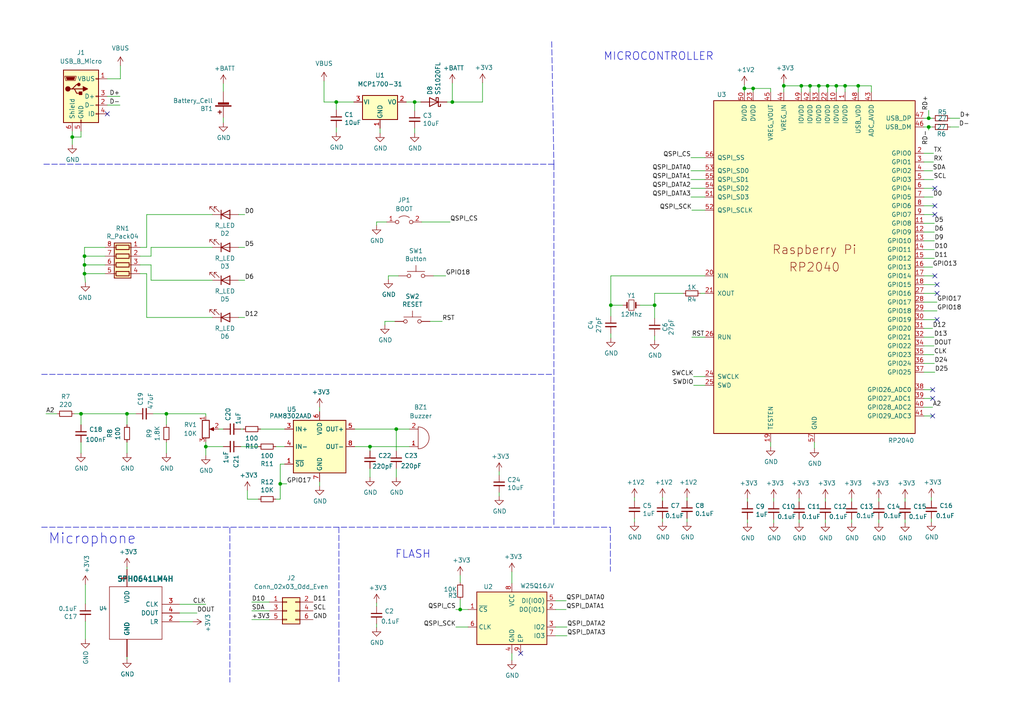
<source format=kicad_sch>
(kicad_sch (version 20211123) (generator eeschema)
  (paper "A4")
  (junction (at 234.95 24.892))
  (junction (at 81.28 140.335))
  (junction (at 177.165 88.519))
  (junction (at 237.49 24.892))
  (junction (at 59.69 129.54))
  (junction (at 23.495 120.015))
  (junction (at 269.367 34.29))
  (junction (at 248.92 24.892))
  (junction (at 24.511 79.375))
  (junction (at 131.191 29.591))
  (junction (at 240.03 24.892))
  (junction (at 24.511 76.835))
  (junction (at 269.367 36.83))
  (junction (at 245.11 24.892))
  (junction (at 242.57 24.892))
  (junction (at 133.477 176.784))
  (junction (at 227.33 24.892))
  (junction (at 48.26 120.015))
  (junction (at 20.955 39.751))
  (junction (at 215.9 25.654))
  (junction (at 232.41 24.892))
  (junction (at 120.269 29.591))
  (junction (at 218.44 25.654))
  (junction (at 189.865 88.519))
  (junction (at 97.536 29.591))
  (junction (at 24.511 74.295))
  (junction (at 114.935 124.46))
  (junction (at 107.315 129.54))
  (junction (at 36.83 120.015))
  (no_connect (at 270.51 113.03))
  (no_connect (at 270.51 115.57))
  (no_connect (at 270.51 120.65))
  (no_connect (at 31.115 33.02))
  (no_connect (at 271.145 80.01))
  (no_connect (at 151.003 189.484))
  (no_connect (at 271.145 54.61))
  (no_connect (at 271.78 82.55))
  (no_connect (at 271.78 85.09))
  (no_connect (at 271.78 92.71))
  (no_connect (at 271.145 59.69))
  (no_connect (at 271.145 62.23))
  (wire (pts (xy 242.57 24.892) (xy 245.11 24.892)))
  (wire (pts (xy 36.83 123.19) (xy 36.83 120.015)))
  (wire (pts (xy 75.565 124.46) (xy 82.55 124.46)))
  (wire (pts (xy 120.269 37.211) (xy 120.269 38.608)))
  (wire (pts (xy 107.315 129.54) (xy 118.745 129.54)))
  (wire (pts (xy 23.495 39.751) (xy 23.495 38.1)))
  (wire (pts (xy 44.45 120.015) (xy 48.26 120.015)))
  (wire (pts (xy 43.815 71.755) (xy 43.815 74.295)))
  (wire (pts (xy 267.97 97.79) (xy 270.891 97.79)))
  (wire (pts (xy 240.03 24.892) (xy 242.57 24.892)))
  (wire (pts (xy 43.815 76.835) (xy 43.815 81.28)))
  (wire (pts (xy 20.955 39.751) (xy 23.495 39.751)))
  (wire (pts (xy 69.85 124.46) (xy 70.485 124.46)))
  (wire (pts (xy 120.269 29.591) (xy 120.269 32.131)))
  (wire (pts (xy 189.865 88.519) (xy 189.865 92.329)))
  (wire (pts (xy 30.48 74.295) (xy 24.511 74.295)))
  (wire (pts (xy 267.97 59.69) (xy 271.145 59.69)))
  (wire (pts (xy 34.925 22.86) (xy 34.925 19.05)))
  (wire (pts (xy 20.955 38.1) (xy 20.955 39.751)))
  (wire (pts (xy 267.97 44.45) (xy 270.764 44.45)))
  (wire (pts (xy 20.955 39.751) (xy 20.955 41.91)))
  (wire (pts (xy 59.69 129.54) (xy 59.69 128.27)))
  (wire (pts (xy 73.025 177.165) (xy 78.105 177.165)))
  (wire (pts (xy 21.59 120.015) (xy 23.495 120.015)))
  (wire (pts (xy 199.263 150.368) (xy 199.263 151.384)))
  (wire (pts (xy 23.495 128.27) (xy 23.495 131.445)))
  (wire (pts (xy 48.26 120.015) (xy 59.69 120.015)))
  (wire (pts (xy 189.865 85.09) (xy 198.12 85.09)))
  (wire (pts (xy 40.64 76.835) (xy 43.815 76.835)))
  (wire (pts (xy 204.47 111.76) (xy 201.168 111.76)))
  (wire (pts (xy 102.87 124.46) (xy 114.935 124.46)))
  (wire (pts (xy 204.47 57.15) (xy 200.406 57.15)))
  (wire (pts (xy 71.755 144.78) (xy 71.755 142.24)))
  (wire (pts (xy 232.41 26.67) (xy 232.41 24.892)))
  (wire (pts (xy 111.633 93.218) (xy 111.633 94.234)))
  (wire (pts (xy 189.865 85.09) (xy 189.865 88.519)))
  (wire (pts (xy 114.935 135.89) (xy 114.935 138.43)))
  (wire (pts (xy 135.763 181.864) (xy 132.207 181.864)))
  (wire (pts (xy 218.44 25.654) (xy 218.44 26.67)))
  (wire (pts (xy 40.64 74.295) (xy 43.815 74.295)))
  (wire (pts (xy 267.97 54.61) (xy 271.145 54.61)))
  (wire (pts (xy 215.9 25.654) (xy 215.9 24.638)))
  (wire (pts (xy 42.545 79.375) (xy 42.545 92.075)))
  (wire (pts (xy 48.26 120.015) (xy 48.26 123.19)))
  (wire (pts (xy 117.856 29.591) (xy 120.269 29.591)))
  (polyline (pts (xy 177.038 152.908) (xy 177.038 165.735)))
  (wire (pts (xy 36.83 191.135) (xy 36.83 190.5)))
  (wire (pts (xy 125.73 80.01) (xy 129.286 80.01)))
  (wire (pts (xy 30.48 76.835) (xy 24.511 76.835)))
  (wire (pts (xy 81.28 140.335) (xy 83.185 140.335)))
  (wire (pts (xy 231.775 145.542) (xy 231.775 144.526)))
  (polyline (pts (xy 98.298 152.908) (xy 98.298 197.739)))
  (wire (pts (xy 139.954 24.003) (xy 139.954 29.591)))
  (wire (pts (xy 269.367 34.29) (xy 270.51 34.29)))
  (wire (pts (xy 107.315 135.89) (xy 107.315 138.43)))
  (wire (pts (xy 97.536 29.591) (xy 97.536 31.877)))
  (wire (pts (xy 144.78 137.795) (xy 144.78 136.779)))
  (wire (pts (xy 63.5 124.46) (xy 64.77 124.46)))
  (wire (pts (xy 267.97 77.47) (xy 270.51 77.47)))
  (wire (pts (xy 59.69 129.54) (xy 59.69 132.08)))
  (polyline (pts (xy 160.02 12.065) (xy 160.655 47.625)))
  (wire (pts (xy 239.395 145.542) (xy 239.395 144.526)))
  (wire (pts (xy 69.215 81.28) (xy 70.993 81.28)))
  (wire (pts (xy 24.765 185.42) (xy 24.765 180.213)))
  (wire (pts (xy 267.97 67.31) (xy 271.018 67.31)))
  (wire (pts (xy 102.87 129.54) (xy 107.315 129.54)))
  (wire (pts (xy 271.78 92.71) (xy 267.97 92.71)))
  (wire (pts (xy 93.98 29.591) (xy 97.536 29.591)))
  (polyline (pts (xy 12.7 47.625) (xy 160.655 47.625)))
  (wire (pts (xy 267.97 113.03) (xy 270.51 113.03)))
  (wire (pts (xy 252.73 26.67) (xy 252.73 24.892)))
  (wire (pts (xy 52.07 175.26) (xy 59.69 175.26)))
  (wire (pts (xy 216.789 150.622) (xy 216.789 151.638)))
  (wire (pts (xy 215.9 26.67) (xy 215.9 25.654)))
  (wire (pts (xy 55.88 180.34) (xy 52.07 180.34)))
  (wire (pts (xy 248.92 26.67) (xy 248.92 24.892)))
  (wire (pts (xy 271.78 87.63) (xy 267.97 87.63)))
  (wire (pts (xy 204.47 49.53) (xy 200.406 49.53)))
  (wire (pts (xy 267.97 62.23) (xy 271.145 62.23)))
  (wire (pts (xy 52.07 177.8) (xy 57.15 177.8)))
  (wire (pts (xy 237.49 26.67) (xy 237.49 24.892)))
  (wire (pts (xy 275.59 34.29) (xy 278.384 34.29)))
  (wire (pts (xy 133.477 173.99) (xy 133.477 176.784)))
  (wire (pts (xy 80.01 129.54) (xy 82.55 129.54)))
  (wire (pts (xy 267.97 64.77) (xy 271.018 64.77)))
  (wire (pts (xy 270.51 95.25) (xy 267.97 95.25)))
  (wire (pts (xy 204.47 80.01) (xy 177.165 80.01)))
  (wire (pts (xy 204.47 97.79) (xy 200.66 97.79)))
  (wire (pts (xy 144.78 142.875) (xy 144.78 143.891)))
  (wire (pts (xy 269.367 32.004) (xy 269.367 34.29)))
  (wire (pts (xy 40.64 79.375) (xy 42.545 79.375)))
  (wire (pts (xy 271.145 80.01) (xy 267.97 80.01)))
  (wire (pts (xy 30.48 79.375) (xy 24.511 79.375)))
  (wire (pts (xy 43.815 71.755) (xy 61.595 71.755)))
  (wire (pts (xy 23.495 120.015) (xy 23.495 123.19)))
  (polyline (pts (xy 66.675 153.035) (xy 66.675 197.866)))
  (wire (pts (xy 204.47 85.09) (xy 203.2 85.09)))
  (wire (pts (xy 69.85 129.54) (xy 74.93 129.54)))
  (wire (pts (xy 267.97 118.11) (xy 270.51 118.11)))
  (wire (pts (xy 267.97 72.39) (xy 271.018 72.39)))
  (wire (pts (xy 215.9 25.654) (xy 218.44 25.654)))
  (wire (pts (xy 267.97 102.87) (xy 270.891 102.87)))
  (wire (pts (xy 36.83 120.015) (xy 39.37 120.015)))
  (wire (pts (xy 30.48 71.755) (xy 24.511 71.755)))
  (wire (pts (xy 232.41 24.892) (xy 234.95 24.892)))
  (wire (pts (xy 81.28 134.62) (xy 81.28 140.335)))
  (wire (pts (xy 204.47 109.22) (xy 201.168 109.22)))
  (wire (pts (xy 267.97 69.85) (xy 271.018 69.85)))
  (wire (pts (xy 120.269 29.591) (xy 122.047 29.591)))
  (wire (pts (xy 199.263 145.288) (xy 199.263 144.272)))
  (wire (pts (xy 107.315 129.54) (xy 107.315 130.81)))
  (wire (pts (xy 227.33 26.67) (xy 227.33 24.892)))
  (wire (pts (xy 267.97 57.15) (xy 270.637 57.15)))
  (wire (pts (xy 13.335 120.015) (xy 16.51 120.015)))
  (wire (pts (xy 59.69 120.65) (xy 59.69 120.015)))
  (wire (pts (xy 177.165 88.519) (xy 180.594 88.519)))
  (wire (pts (xy 92.71 118.11) (xy 92.71 119.38)))
  (wire (pts (xy 42.545 92.075) (xy 61.595 92.075)))
  (wire (pts (xy 131.191 29.591) (xy 139.954 29.591)))
  (wire (pts (xy 36.83 120.015) (xy 23.495 120.015)))
  (polyline (pts (xy 12.065 108.585) (xy 160.02 108.585)))
  (wire (pts (xy 81.28 134.62) (xy 82.55 134.62)))
  (wire (pts (xy 42.545 71.755) (xy 42.545 62.23)))
  (wire (pts (xy 248.92 24.892) (xy 245.11 24.892)))
  (wire (pts (xy 24.511 74.295) (xy 24.511 76.835)))
  (wire (pts (xy 269.367 37.719) (xy 269.367 36.83)))
  (wire (pts (xy 271.78 90.17) (xy 267.97 90.17)))
  (wire (pts (xy 115.57 80.01) (xy 112.649 80.01)))
  (wire (pts (xy 112.141 64.389) (xy 109.22 64.389)))
  (wire (pts (xy 148.463 169.164) (xy 148.463 165.862)))
  (wire (pts (xy 73.025 174.625) (xy 78.105 174.625)))
  (wire (pts (xy 114.935 124.46) (xy 118.745 124.46)))
  (wire (pts (xy 161.163 174.244) (xy 164.211 174.244)))
  (wire (pts (xy 131.191 29.591) (xy 131.191 24.13)))
  (wire (pts (xy 36.83 128.27) (xy 36.83 131.445)))
  (wire (pts (xy 122.301 64.389) (xy 130.556 64.389)))
  (wire (pts (xy 247.015 145.542) (xy 247.015 144.526)))
  (wire (pts (xy 177.165 88.519) (xy 177.165 91.694)))
  (wire (pts (xy 112.649 80.01) (xy 112.649 81.026)))
  (wire (pts (xy 240.03 26.67) (xy 240.03 24.892)))
  (wire (pts (xy 204.47 52.07) (xy 200.406 52.07)))
  (wire (pts (xy 223.52 25.654) (xy 218.44 25.654)))
  (wire (pts (xy 24.511 76.835) (xy 24.511 79.375)))
  (wire (pts (xy 242.57 26.67) (xy 242.57 24.892)))
  (wire (pts (xy 267.97 105.41) (xy 271.018 105.41)))
  (wire (pts (xy 271.78 85.09) (xy 267.97 85.09)))
  (wire (pts (xy 237.49 24.892) (xy 240.03 24.892)))
  (wire (pts (xy 254.889 150.622) (xy 254.889 151.638)))
  (wire (pts (xy 64.77 34.163) (xy 64.77 35.56)))
  (wire (pts (xy 69.215 92.075) (xy 70.993 92.075)))
  (wire (pts (xy 192.151 145.288) (xy 192.151 144.272)))
  (wire (pts (xy 177.165 80.01) (xy 177.165 88.519)))
  (wire (pts (xy 24.511 71.755) (xy 24.511 74.295)))
  (polyline (pts (xy 160.655 47.625) (xy 160.655 152.4)))
  (wire (pts (xy 42.545 62.23) (xy 61.595 62.23)))
  (wire (pts (xy 64.77 26.543) (xy 64.77 24.257)))
  (wire (pts (xy 271.78 82.55) (xy 267.97 82.55)))
  (wire (pts (xy 262.509 150.622) (xy 262.509 151.638)))
  (wire (pts (xy 227.33 24.892) (xy 232.41 24.892)))
  (wire (pts (xy 40.64 71.755) (xy 42.545 71.755)))
  (wire (pts (xy 231.775 150.622) (xy 231.775 151.638)))
  (wire (pts (xy 184.023 150.368) (xy 184.023 151.384)))
  (wire (pts (xy 185.674 88.519) (xy 189.865 88.519)))
  (wire (pts (xy 245.11 24.892) (xy 245.11 26.67)))
  (wire (pts (xy 267.97 49.53) (xy 270.51 49.53)))
  (wire (pts (xy 161.163 176.784) (xy 164.211 176.784)))
  (wire (pts (xy 267.97 52.07) (xy 270.764 52.07)))
  (wire (pts (xy 227.33 24.892) (xy 227.33 24.13)))
  (wire (pts (xy 31.115 27.94) (xy 34.798 27.94)))
  (wire (pts (xy 234.95 24.892) (xy 237.49 24.892)))
  (wire (pts (xy 109.22 64.389) (xy 109.22 65.405)))
  (wire (pts (xy 161.163 184.404) (xy 164.465 184.404)))
  (wire (pts (xy 239.395 150.622) (xy 239.395 151.638)))
  (wire (pts (xy 124.714 93.218) (xy 128.27 93.218)))
  (wire (pts (xy 267.97 36.83) (xy 269.367 36.83)))
  (wire (pts (xy 43.815 81.28) (xy 61.595 81.28)))
  (wire (pts (xy 69.215 71.755) (xy 70.993 71.755)))
  (wire (pts (xy 24.765 175.133) (xy 24.765 169.545)))
  (wire (pts (xy 48.26 128.27) (xy 48.26 131.445)))
  (wire (pts (xy 252.73 24.892) (xy 248.92 24.892)))
  (wire (pts (xy 97.536 36.957) (xy 97.536 38.354)))
  (wire (pts (xy 36.83 165.1) (xy 36.83 164.465)))
  (wire (pts (xy 114.554 93.218) (xy 111.633 93.218)))
  (wire (pts (xy 64.77 129.54) (xy 59.69 129.54)))
  (wire (pts (xy 81.28 140.335) (xy 81.28 144.78)))
  (wire (pts (xy 97.536 29.591) (xy 102.616 29.591)))
  (wire (pts (xy 267.97 115.57) (xy 270.51 115.57)))
  (wire (pts (xy 133.477 168.91) (xy 133.477 166.878)))
  (wire (pts (xy 247.015 150.622) (xy 247.015 151.638)))
  (wire (pts (xy 177.165 98.044) (xy 177.165 96.774)))
  (wire (pts (xy 189.865 98.679) (xy 189.865 97.409)))
  (wire (pts (xy 223.52 26.67) (xy 223.52 25.654)))
  (wire (pts (xy 73.025 179.705) (xy 78.105 179.705)))
  (wire (pts (xy 204.47 54.61) (xy 200.406 54.61)))
  (polyline (pts (xy 12.065 152.908) (xy 177.038 152.908)))
  (wire (pts (xy 267.97 74.93) (xy 271.018 74.93)))
  (wire (pts (xy 224.409 145.542) (xy 224.409 144.526)))
  (wire (pts (xy 24.511 79.375) (xy 24.765 81.915)))
  (wire (pts (xy 234.95 26.67) (xy 234.95 24.892)))
  (wire (pts (xy 148.463 189.484) (xy 148.463 191.516)))
  (wire (pts (xy 204.47 45.72) (xy 200.406 45.72)))
  (wire (pts (xy 129.667 29.591) (xy 131.191 29.591)))
  (wire (pts (xy 236.22 128.27) (xy 236.22 130.048)))
  (wire (pts (xy 92.71 140.97) (xy 92.71 139.7)))
  (wire (pts (xy 267.97 34.29) (xy 269.367 34.29)))
  (wire (pts (xy 267.97 107.95) (xy 271.145 107.95)))
  (wire (pts (xy 216.789 145.542) (xy 216.789 144.526)))
  (wire (pts (xy 31.115 22.86) (xy 34.925 22.86)))
  (wire (pts (xy 270.129 145.288) (xy 270.129 144.272)))
  (wire (pts (xy 93.98 23.495) (xy 93.98 29.591)))
  (wire (pts (xy 31.115 30.48) (xy 34.798 30.48)))
  (wire (pts (xy 74.93 144.78) (xy 71.755 144.78)))
  (wire (pts (xy 204.47 60.96) (xy 200.66 60.96)))
  (wire (pts (xy 275.59 36.83) (xy 278.13 36.83)))
  (wire (pts (xy 114.935 124.46) (xy 114.935 130.81)))
  (wire (pts (xy 269.367 36.83) (xy 270.51 36.83)))
  (wire (pts (xy 262.509 145.542) (xy 262.509 144.526)))
  (wire (pts (xy 267.97 46.99) (xy 270.764 46.99)))
  (wire (pts (xy 133.477 176.784) (xy 132.207 176.784)))
  (wire (pts (xy 270.129 150.368) (xy 270.129 151.384)))
  (wire (pts (xy 109.22 180.975) (xy 109.22 181.991)))
  (wire (pts (xy 267.97 120.65) (xy 270.51 120.65)))
  (wire (pts (xy 69.215 62.23) (xy 70.993 62.23)))
  (wire (pts (xy 184.023 145.288) (xy 184.023 144.272)))
  (wire (pts (xy 224.409 150.622) (xy 224.409 151.638)))
  (wire (pts (xy 161.163 181.864) (xy 164.465 181.864)))
  (wire (pts (xy 254.889 145.542) (xy 254.889 144.526)))
  (wire (pts (xy 223.52 128.27) (xy 223.52 129.54)))
  (wire (pts (xy 192.151 150.368) (xy 192.151 151.384)))
  (wire (pts (xy 135.763 176.784) (xy 133.477 176.784)))
  (wire (pts (xy 110.236 37.211) (xy 110.236 38.608)))
  (wire (pts (xy 81.28 144.78) (xy 80.01 144.78)))
  (wire (pts (xy 109.22 175.895) (xy 109.22 174.879)))
  (wire (pts (xy 267.97 100.33) (xy 270.891 100.33)))
  (text "FLASH" (at 114.554 162.179 0) (effects (font (size 2.2606 2.2606)) (justify left bottom)))
  (text "Microphone" (at 13.97 158.115 0) (effects (font (size 2.9972 2.9972)) (justify left bottom)))
  (text "MICROCONTROLLER" (at 175.006 17.78 0) (effects (font (size 2.2606 2.2606)) (justify left bottom)))
  (label "SDA" (at 73.025 177.165 0))
  (label "SWDIO" (at 201.168 111.76 180))
  (label "D11" (at 90.805 174.625 0))
  (label "SCL" (at 270.764 52.07 0))
  (label "SDA" (at 270.51 49.53 0))
  (label "QSPI_DATA0" (at 200.406 49.53 180))
  (label "D6" (at 70.993 81.28 0))
  (label "QSPI_DATA2" (at 164.465 181.864 0))
  (label "D-" (at 278.13 36.83 0))
  (label "D6" (at 271.018 67.31 0))
  (label "D12" (at 70.993 92.075 0))
  (label "RD-" (at 269.367 37.719 270))
  (label "DOUT" (at 57.15 177.8 0))
  (label "D5" (at 70.993 71.755 0))
  (label "RX" (at 270.764 46.99 0))
  (label "+3V3" (at 73.025 179.705 0))
  (label "CLK" (at 59.69 175.26 180))
  (label "D11" (at 271.018 74.93 0))
  (label "RD+" (at 269.367 32.004 90))
  (label "D10" (at 271.018 72.39 0))
  (label "GPIO17" (at 83.185 140.335 0))
  (label "QSPI_CS" (at 132.207 176.784 180))
  (label "GND" (at 90.805 179.705 0))
  (label "D10" (at 73.025 174.625 0))
  (label "D+" (at 34.798 27.94 180))
  (label "QSPI_DATA3" (at 200.406 57.15 180))
  (label "QSPI_SCK" (at 200.66 60.96 180))
  (label "RST" (at 200.66 97.79 0))
  (label "GPIO18" (at 129.286 80.01 0))
  (label "A2" (at 270.51 118.11 0))
  (label "D24" (at 271.018 105.41 0))
  (label "D9" (at 271.018 69.85 0))
  (label "QSPI_DATA2" (at 200.406 54.61 180))
  (label "QSPI_DATA3" (at 164.465 184.404 0))
  (label "RST" (at 128.27 93.218 0))
  (label "D12" (at 270.51 95.25 0))
  (label "QSPI_DATA1" (at 164.211 176.784 0))
  (label "SCL" (at 90.805 177.165 0))
  (label "D0" (at 70.993 62.23 0))
  (label "A2" (at 13.335 120.015 0))
  (label "QSPI_DATA1" (at 200.406 52.07 180))
  (label "D0" (at 270.637 57.15 0))
  (label "D5" (at 271.018 64.77 0))
  (label "D+" (at 278.384 34.29 0))
  (label "GPIO18" (at 271.78 90.17 0))
  (label "D25" (at 271.145 107.95 0))
  (label "CLK" (at 270.891 102.87 0))
  (label "QSPI_CS" (at 200.406 45.72 180))
  (label "GPIO17" (at 271.78 87.63 0))
  (label "QSPI_SCK" (at 132.207 181.864 180))
  (label "QSPI_CS" (at 130.556 64.389 0))
  (label "GPIO13" (at 270.51 77.47 0))
  (label "TX" (at 270.764 44.45 0))
  (label "D13" (at 270.891 97.79 0))
  (label "SWCLK" (at 201.168 109.22 180))
  (label "DOUT" (at 270.891 100.33 0))
  (label "QSPI_DATA0" (at 164.211 174.244 0))
  (label "D-" (at 34.798 30.48 180))
  (symbol (lib_id "Device:LED") (at 65.405 71.755 0) (mirror x) (unit 1)
    (property "Reference" "D3" (at 65.2272 77.2414 0))
    (property "Value" "R_LED" (at 65.2272 74.93 0))
    (property "Footprint" "badge_pwnCon:LYT77K-K2M1-NoHole" (effects hide))
    (property "Datasheet" "https://www.mouser.mx/datasheet/2/216/AA3528ZGCKT09-1602097.pdf" (effects hide))
    (property "manf#" "AA3528ZGCKT09" (effects hide))
    (property "Stock en EC" "No" (effects hide))
  )
  (symbol (lib_id "Device:C_Small") (at 216.789 148.082 0) (unit 1)
    (property "Reference" "C9" (at 219.1258 146.9136 0) (effects (justify left)))
    (property "Value" "1uF" (at 219.1258 149.225 0) (effects (justify left)))
    (property "Footprint" "Capacitor_SMD:C_0603_1608Metric" (effects hide))
    (property "Datasheet" "https://datasheet.lcsc.com/lcsc/2007071712_CCTC-TCC0603X5R105K160CT_C696901.pdf" (effects hide))
    (property "LCSC#" "C696901" (effects hide))
    (property "manf#" "TCC0603X5R105K160CT" (effects hide))
    (property "Stock en Electronic Cats" "En Electronic Cats" (effects hide))
    (property "Stock en EC" "Yes" (effects hide))
  )
  (symbol (lib_id "power:+3V3") (at 92.71 118.11 0) (unit 1)
    (property "Reference" "#PWR058" (effects hide))
    (property "Value" "+3V3" (at 93.091 113.7158 0))
  )
  (symbol (lib_id "power:VBUS") (at 34.925 19.05 0) (unit 1)
    (property "Reference" "#PWR03" (effects hide))
    (property "Value" "VBUS" (at 34.925 13.97 0))
  )
  (symbol (lib_id "power:GND") (at 177.165 98.044 0) (unit 1)
    (property "Reference" "#PWR020" (effects hide))
    (property "Value" "GND" (at 177.292 102.4382 0))
  )
  (symbol (lib_id "Connector_Generic:Conn_02x03_Odd_Even") (at 83.185 177.165 0) (unit 1)
    (property "Reference" "J2" (at 84.455 167.64 0))
    (property "Value" "Conn_02x03_Odd_Even" (at 84.455 170.18 0))
    (property "Footprint" "Connector_PinHeader_2.54mm:PinHeader_2x03_P2.54mm_Vertical" (effects hide))
    (property "Stock en EC" "No" (effects hide))
  )
  (symbol (lib_id "Device:C_Small") (at 224.409 148.082 0) (unit 1)
    (property "Reference" "C10" (at 226.7458 146.9136 0) (effects (justify left)))
    (property "Value" "0.1uF" (at 225.425 149.86 0) (effects (justify left)))
    (property "Footprint" "Capacitor_SMD:C_0603_1608Metric" (effects hide))
    (property "Datasheet" "https://www.mouser.mx/datasheet/2/585/MLCC-1837944.pdf" (effects hide))
    (property "manf#" "CL10B104MA8NNWC" (effects hide))
    (property "Stock en EC" "No" (effects hide))
  )
  (symbol (lib_id "power:+3V3") (at 231.775 144.526 0) (unit 1)
    (property "Reference" "#PWR035" (effects hide))
    (property "Value" "+3V3" (at 232.156 140.1318 0))
  )
  (symbol (lib_id "Device:R_Small") (at 133.477 171.45 0) (unit 1)
    (property "Reference" "R3" (at 129.921 172.72 0) (effects (justify left)))
    (property "Value" "10K" (at 128.651 170.942 0) (effects (justify left)))
    (property "Footprint" "Resistor_SMD:R_0603_1608Metric" (effects hide))
    (property "Datasheet" "https://www.mouser.mx/datasheet/2/447/PYu_RC_Group_51_RoHS_L_11-1984063.pdf" (effects hide))
    (property "manf#" "RC0603JR-0710KL" (effects hide))
    (property "Stock en Electronic Cats" "En Electronic Cats" (effects hide))
    (property "Stock en EC" "Yes" (effects hide))
  )
  (symbol (lib_id "Device:C_Small") (at 41.91 120.015 90) (unit 1)
    (property "Reference" "C19" (at 40.7416 117.6782 0) (effects (justify left)))
    (property "Value" "47uF" (at 43.688 118.745 0) (effects (justify left)))
    (property "Footprint" "Capacitor_SMD:C_0603_1608Metric" (effects hide))
    (property "Datasheet" "https://www.mouser.mx/datasheet/2/281/1/GRM188R60J476ME15_01A-1985737.pdf" (effects hide))
    (property "manf#" "GRM188R60J476ME15J" (effects hide))
    (property "Stock en EC" "No" (effects hide))
  )
  (symbol (lib_id "power:+3V3") (at 270.129 144.272 0) (unit 1)
    (property "Reference" "#PWR046" (effects hide))
    (property "Value" "+3V3" (at 270.51 139.8778 0))
  )
  (symbol (lib_id "Device:C_Small") (at 67.31 124.46 90) (unit 1)
    (property "Reference" "C20" (at 66.1416 122.1232 0) (effects (justify left)))
    (property "Value" "1uF" (at 69.088 123.19 0) (effects (justify left)))
    (property "Footprint" "Capacitor_SMD:C_0603_1608Metric" (effects hide))
    (property "Datasheet" "https://datasheet.lcsc.com/lcsc/2007071712_CCTC-TCC0603X5R105K160CT_C696901.pdf" (effects hide))
    (property "LCSC#" "C696901" (effects hide))
    (property "manf#" "TCC0603X5R105K160CT" (effects hide))
    (property "Stock en EC" "Yes" (effects hide))
  )
  (symbol (lib_id "Device:LED") (at 65.405 81.28 0) (mirror x) (unit 1)
    (property "Reference" "D5" (at 65.2272 86.7664 0))
    (property "Value" "R_LED" (at 65.2272 84.455 0))
    (property "Footprint" "badge_pwnCon:LYT77K-K2M1-NoHole" (effects hide))
    (property "Datasheet" "https://www.mouser.mx/datasheet/2/216/AA3528ZGCKT09-1602097.pdf" (effects hide))
    (property "manf#" "AA3528ZGCKT09" (effects hide))
    (property "Stock en EC" "No" (effects hide))
  )
  (symbol (lib_id "power:GND") (at 192.151 151.384 0) (unit 1)
    (property "Reference" "#PWR025" (effects hide))
    (property "Value" "GND" (at 192.278 155.7782 0))
  )
  (symbol (lib_id "power:GND") (at 36.83 191.135 0) (unit 1)
    (property "Reference" "#PWR051" (effects hide))
    (property "Value" "GND" (at 36.957 195.5292 0))
  )
  (symbol (lib_id "Device:R_Small") (at 273.05 34.29 270) (unit 1)
    (property "Reference" "R5" (at 273.304 32.512 90))
    (property "Value" "27" (at 273.304 34.29 90))
    (property "Footprint" "Resistor_SMD:R_0603_1608Metric" (effects hide))
    (property "Datasheet" "https://www.mouser.mx/datasheet/2/315/AOA0000C301-1488782.pdf" (effects hide))
    (property "manf#" "ERJ-3GEYJ270V" (effects hide))
    (property "Stock en Electronic Cats" "En Electronic Cats" (effects hide))
    (property "Stock en EC" "Yes" (effects hide))
  )
  (symbol (lib_id "Device:C_Small") (at 109.22 178.435 0) (unit 1)
    (property "Reference" "C2" (at 111.5568 177.2666 0) (effects (justify left)))
    (property "Value" "0.1uF" (at 110.49 180.213 0) (effects (justify left)))
    (property "Footprint" "Capacitor_SMD:C_0603_1608Metric" (effects hide))
    (property "Datasheet" "https://www.mouser.mx/datasheet/2/585/MLCC-1837944.pdf" (effects hide))
    (property "manf#" "CL10B104MA8NNWC" (effects hide))
    (property "Stock en EC" "No" (effects hide))
  )
  (symbol (lib_id "power:+1V2") (at 184.023 144.272 0) (unit 1)
    (property "Reference" "#PWR021" (effects hide))
    (property "Value" "+1V2" (at 184.404 139.8778 0))
  )
  (symbol (lib_id "Device:R_Small") (at 77.47 144.78 270) (unit 1)
    (property "Reference" "R12" (at 77.47 139.8016 90))
    (property "Value" "10K" (at 77.47 142.113 90))
    (property "Footprint" "Resistor_SMD:R_0603_1608Metric" (effects hide))
    (property "Datasheet" "https://www.mouser.mx/datasheet/2/447/PYu_RC_Group_51_RoHS_L_11-1984063.pdf" (effects hide))
    (property "manf#" "CRCW06031K00FKEAC" (effects hide))
    (property "Stock en Electronic Cats" "En Electronic Cats" (effects hide))
    (property "Stock en EC" "Yes" (effects hide))
  )
  (symbol (lib_id "power:+3V3") (at 247.015 144.526 0) (unit 1)
    (property "Reference" "#PWR040" (effects hide))
    (property "Value" "+3V3" (at 247.396 140.1318 0))
  )
  (symbol (lib_id "power:GND") (at 224.409 151.638 0) (unit 1)
    (property "Reference" "#PWR032" (effects hide))
    (property "Value" "GND" (at 224.536 156.0322 0))
  )
  (symbol (lib_id "BastFrontier-rescue:IMP34DT05-Catbrain-BastEdge-rescue-BastFrontier-rescue-BastFrontier-rescue-BastFrontier-rescue") (at 41.91 177.8 0) (unit 1)
    (property "Reference" "U4" (at 31.0642 176.4538 0) (effects (font (size 1.0668 1.0668)) (justify right)))
    (property "Value" "SPH0641LM4H" (at 50.546 167.894 0) (effects (font (size 1.4986 1.4986) bold) (justify right)))
    (property "Footprint" "Sensors:MIC_SPH0641LM4H-1" (effects hide))
    (property "Datasheet" "https://www.mouser.mx/ProductDetail/Knowles/SPH0641LM4H-1?qs=rpfKl3ntHzP45DqhDYSHWA%3D%3D" (effects hide))
    (property "manf#" "SPH0641LM4H" (effects hide))
    (property "Stock en EC" "No" (effects hide))
  )
  (symbol (lib_id "Device:Crystal_Small") (at 183.134 88.519 0) (unit 1)
    (property "Reference" "Y1" (at 183.134 85.6996 0))
    (property "Value" "12Mhz" (at 183.134 91.1606 0))
    (property "Footprint" "Crystal:Crystal_SMD_HC49-SD" (effects hide))
    (property "Datasheet" "https://www.mouser.mx/datasheet/2/3/abls-1664338.pdf" (effects hide))
    (property "manf#" "ABLS-12.000MHZ-B4-T" (effects hide))
    (property "Stock en EC" "No" (effects hide))
  )
  (symbol (lib_id "power:+3V3") (at 109.22 174.879 0) (unit 1)
    (property "Reference" "#PWR08" (effects hide))
    (property "Value" "+3V3" (at 109.601 170.4848 0))
  )
  (symbol (lib_id "power:GND") (at 148.463 191.516 0) (unit 1)
    (property "Reference" "#PWR019" (effects hide))
    (property "Value" "GND" (at 148.59 195.9102 0))
  )
  (symbol (lib_id "power:GND") (at 59.69 132.08 0) (unit 1)
    (property "Reference" "#PWR056" (effects hide))
    (property "Value" "GND" (at 59.817 136.4742 0))
  )
  (symbol (lib_id "power:GND") (at 112.649 81.026 0) (unit 1)
    (property "Reference" "#PWR010" (effects hide))
    (property "Value" "GND" (at 112.776 85.4202 0))
  )
  (symbol (lib_id "Device:R_Small") (at 36.83 125.73 0) (unit 1)
    (property "Reference" "R8" (at 31.8516 125.73 90))
    (property "Value" "100" (at 34.163 125.73 90))
    (property "Footprint" "Resistor_SMD:R_0603_1608Metric" (effects hide))
    (property "Datasheet" "https://datasheet.lcsc.com/lcsc/2205311845_UNI-ROYAL-Uniroyal-Elec-0603WAJ0101T5E_C25201.pdf" (effects hide))
    (property "LCSC#" "C25201" (effects hide))
    (property "Stock en Electronic Cats" "En Electronic Cats" (effects hide))
    (property "Stock en EC" "Yes" (effects hide))
  )
  (symbol (lib_id "power:GND") (at 223.52 129.54 0) (unit 1)
    (property "Reference" "#PWR033" (effects hide))
    (property "Value" "GND" (at 223.647 133.9342 0))
  )
  (symbol (lib_id "power:+3V3") (at 239.395 144.526 0) (unit 1)
    (property "Reference" "#PWR038" (effects hide))
    (property "Value" "+3V3" (at 239.776 140.1318 0))
  )
  (symbol (lib_id "Device:R_Potentiometer") (at 59.69 124.46 0) (unit 1)
    (property "Reference" "RV1" (at 57.15 123.1899 0) (effects (justify right)))
    (property "Value" "10K" (at 57.15 125.7299 0) (effects (justify right)))
    (property "Footprint" "Potentiometer_SMD:Potentiometer_Bourns_TC33X_Vertical" (effects hide))
    (property "Datasheet" "https://www.mouser.mx/datasheet/2/54/tc33-778219.pdf" (effects hide))
    (property "Stock en EC" "No" (effects hide))
    (property "manf#" "TC33X-2-103E" (effects hide))
  )
  (symbol (lib_id "power:GND") (at 239.395 151.638 0) (unit 1)
    (property "Reference" "#PWR039" (effects hide))
    (property "Value" "GND" (at 239.522 156.0322 0))
  )
  (symbol (lib_id "Device:C_Small") (at 107.315 133.35 0) (unit 1)
    (property "Reference" "C22" (at 109.6518 132.1816 0) (effects (justify left)))
    (property "Value" "220pF" (at 107.95 135.255 0) (effects (justify left)))
    (property "Footprint" "Capacitor_SMD:C_0603_1608Metric" (effects hide))
    (property "Datasheet" "https://datasheet.lcsc.com/lcsc/2001132237_Chinocera-HGC0603R7221K500NTHJ_C482474.pdf" (effects hide))
    (property "LCSC#" "C482474" (effects hide))
    (property "manf#" "HGC0603R7221K500NTHJ" (effects hide))
    (property "Stock en EC" "Yes" (effects hide))
  )
  (symbol (lib_id "power:GND") (at 24.765 81.915 0) (mirror y) (unit 1)
    (property "Reference" "#PWR02" (effects hide))
    (property "Value" "GND" (at 24.638 86.3092 0))
  )
  (symbol (lib_id "Device:C_Small") (at 192.151 147.828 0) (unit 1)
    (property "Reference" "C7" (at 194.4878 146.6596 0) (effects (justify left)))
    (property "Value" "0.1uF" (at 192.913 149.606 0) (effects (justify left)))
    (property "Footprint" "Capacitor_SMD:C_0603_1608Metric" (effects hide))
    (property "Datasheet" "https://www.mouser.mx/datasheet/2/585/MLCC-1837944.pdf" (effects hide))
    (property "manf#" "CL10B104MA8NNWC" (effects hide))
    (property "Stock en EC" "No" (effects hide))
  )
  (symbol (lib_id "Device:C_Small") (at 120.269 34.671 0) (unit 1)
    (property "Reference" "C3" (at 122.6058 33.5026 0) (effects (justify left)))
    (property "Value" "10uF" (at 122.6058 35.814 0) (effects (justify left)))
    (property "Footprint" "Capacitor_SMD:C_0603_1608Metric" (effects hide))
    (property "Datasheet" "https://www.mouser.mx/datasheet/2/447/UPY_NP0X5R_01005_4V_to_25V_V10-3003057.pdf" (effects hide))
    (property "manf#" "CC0603KRX5R6BB106" (effects hide))
    (property "Stock en Electronic Cats" "En Electronic Cats" (effects hide))
    (property "Stock en EC" "Yes" (effects hide))
  )
  (symbol (lib_id "power:GND") (at 107.315 138.43 0) (unit 1)
    (property "Reference" "#PWR060" (effects hide))
    (property "Value" "GND" (at 107.442 142.8242 0))
  )
  (symbol (lib_id "power:+3.3V") (at 36.83 164.465 0) (unit 1)
    (property "Reference" "#PWR050" (effects hide))
    (property "Value" "+3.3V" (at 37.211 160.0708 0))
  )
  (symbol (lib_id "power:GND") (at 24.765 185.42 0) (unit 1)
    (property "Reference" "#PWR049" (effects hide))
    (property "Value" "GND" (at 24.892 188.6712 90) (effects (justify right)))
  )
  (symbol (lib_id "power:GND") (at 109.22 181.991 0) (unit 1)
    (property "Reference" "#PWR09" (effects hide))
    (property "Value" "GND" (at 109.347 186.3852 0))
  )
  (symbol (lib_id "Connector:USB_B_Micro") (at 23.495 27.94 0) (unit 1)
    (property "Reference" "J1" (at 23.495 15.24 0))
    (property "Value" "USB_B_Micro" (at 23.495 17.78 0))
    (property "Footprint" "badge_pwnCon:U254051N4BH806" (effects hide))
    (property "manf#" "EC" (effects hide))
    (property "LCSC#" "C319170" (effects hide))
    (property "Stock en Electronic Cats" "En Electronic Cats" (effects hide))
    (property "Stock en EC" "Yes" (effects hide))
  )
  (symbol (lib_id "power:GND") (at 110.236 38.608 0) (unit 1)
    (property "Reference" "#PWR011" (effects hide))
    (property "Value" "GND" (at 110.363 43.0022 0))
  )
  (symbol (lib_id "power:GND") (at 189.865 98.679 0) (unit 1)
    (property "Reference" "#PWR023" (effects hide))
    (property "Value" "GND" (at 189.992 103.0732 0))
  )
  (symbol (lib_id "Switch:SW_Push") (at 120.65 80.01 0) (unit 1)
    (property "Reference" "SW1" (at 120.65 72.771 0))
    (property "Value" "Button" (at 120.65 75.0824 0))
    (property "Footprint" "Button_Switch_SMD:SW_SPST_TL3342" (effects hide))
    (property "LCSC#" "C318889" (effects hide))
    (property "manf#" "TS-1187A-C-C-B" (effects hide))
    (property "Stock en Electronic Cats" "En Electronic Cats" (effects hide))
    (property "Stock en EC" "Yes" (effects hide))
  )
  (symbol (lib_id "Switch:SW_Push") (at 119.634 93.218 0) (unit 1)
    (property "Reference" "SW2" (at 119.634 85.979 0))
    (property "Value" "RESET" (at 119.634 88.2904 0))
    (property "Footprint" "Button_Switch_SMD:SW_SPST_TL3342" (effects hide))
    (property "LCSC#" "C318889" (effects hide))
    (property "manf#" "TS-1187A-C-C-B" (effects hide))
    (property "Stock en EC" "Yes" (effects hide))
  )
  (symbol (lib_id "power:GND") (at 97.536 38.354 0) (unit 1)
    (property "Reference" "#PWR07" (effects hide))
    (property "Value" "GND" (at 97.663 42.7482 0))
  )
  (symbol (lib_id "Device:R_Small") (at 73.025 124.46 90) (unit 1)
    (property "Reference" "R10" (at 73.025 129.4384 90))
    (property "Value" "100" (at 73.025 127.127 90))
    (property "Footprint" "Resistor_SMD:R_0603_1608Metric" (effects hide))
    (property "Datasheet" "https://datasheet.lcsc.com/lcsc/2205311845_UNI-ROYAL-Uniroyal-Elec-0603WAJ0101T5E_C25201.pdf" (effects hide))
    (property "LCSC#" "C25201" (effects hide))
    (property "Stock en Electronic Cats" "En Electronic Cats" (effects hide))
    (property "Stock en EC" "Yes" (effects hide))
  )
  (symbol (lib_id "power:GND") (at 36.83 131.445 0) (unit 1)
    (property "Reference" "#PWR054" (effects hide))
    (property "Value" "GND" (at 36.957 135.8392 0))
  )
  (symbol (lib_id "Device:R_Small") (at 77.47 129.54 90) (unit 1)
    (property "Reference" "R11" (at 77.47 134.5184 90))
    (property "Value" "100" (at 77.47 132.207 90))
    (property "Footprint" "Resistor_SMD:R_0603_1608Metric" (effects hide))
    (property "Datasheet" "https://datasheet.lcsc.com/lcsc/2205311845_UNI-ROYAL-Uniroyal-Elec-0603WAJ0101T5E_C25201.pdf" (effects hide))
    (property "LCSC#" "C25201" (effects hide))
    (property "Stock en Electronic Cats" "En Electronic Cats" (effects hide))
    (property "Stock en EC" "Yes" (effects hide))
  )
  (symbol (lib_id "power:GND") (at 216.789 151.638 0) (unit 1)
    (property "Reference" "#PWR029" (effects hide))
    (property "Value" "GND" (at 216.916 156.0322 0))
  )
  (symbol (lib_id "Device:C_Small") (at 114.935 133.35 0) (unit 1)
    (property "Reference" "C23" (at 117.2718 132.1816 0) (effects (justify left)))
    (property "Value" "220pF" (at 116.205 135.128 0) (effects (justify left)))
    (property "Footprint" "Capacitor_SMD:C_0603_1608Metric" (effects hide))
    (property "Datasheet" "https://datasheet.lcsc.com/lcsc/2001132237_Chinocera-HGC0603R7221K500NTHJ_C482474.pdf" (effects hide))
    (property "LCSC#" "C482474" (effects hide))
    (property "manf#" "HGC0603R7221K500NTHJ" (effects hide))
    (property "Stock en EC" "Yes" (effects hide))
  )
  (symbol (lib_id "Device:C_Small") (at 231.775 148.082 0) (unit 1)
    (property "Reference" "C11" (at 234.1118 146.9136 0) (effects (justify left)))
    (property "Value" "0.1uF" (at 232.537 149.86 0) (effects (justify left)))
    (property "Footprint" "Capacitor_SMD:C_0603_1608Metric" (effects hide))
    (property "Datasheet" "https://www.mouser.mx/datasheet/2/585/MLCC-1837944.pdf" (effects hide))
    (property "manf#" "CL10B104MA8NNWC" (effects hide))
    (property "Stock en EC" "No" (effects hide))
  )
  (symbol (lib_id "Device:C_Small") (at 24.765 177.673 0) (unit 1)
    (property "Reference" "C17" (at 22.4282 178.8414 0) (effects (justify right)))
    (property "Value" "0.1uF" (at 22.4282 176.53 0) (effects (justify right)))
    (property "Footprint" "Capacitor_SMD:C_0402_1005Metric_Pad0.74x0.62mm_HandSolder" (effects hide))
    (property "Datasheet" "https://www.mouser.mx/datasheet/2/210/WTC_MLCC_General_Purpose-1534899.pdf" (effects hide))
    (property "manf#" "CC0402ZRY5V7BB104" (effects hide))
    (property "Stock en EC" "Yes" (effects hide))
  )
  (symbol (lib_id "power:GND") (at 114.935 138.43 0) (unit 1)
    (property "Reference" "#PWR061" (effects hide))
    (property "Value" "GND" (at 115.062 142.8242 0))
  )
  (symbol (lib_id "Device:Buzzer") (at 121.285 127 0) (mirror x) (unit 1)
    (property "Reference" "BZ1" (at 122.047 118.11 0))
    (property "Value" "Buzzer" (at 122.047 120.65 0))
    (property "Footprint" "BugCON:CAPAE1050X250N" (effects hide))
    (property "Datasheet" "https://www.mouser.mx/datasheet/2/670/cmt_5023s_smt_tr-1776812.pdf" (effects hide))
    (property "manf#" "AST0927MW-03TRQ" (effects hide))
    (property "Stock en EC" "No" (effects hide))
  )
  (symbol (lib_id "power:GND") (at 231.775 151.638 0) (unit 1)
    (property "Reference" "#PWR036" (effects hide))
    (property "Value" "GND" (at 231.902 156.0322 0))
  )
  (symbol (lib_id "Device:C_Small") (at 262.509 148.082 0) (unit 1)
    (property "Reference" "C15" (at 264.8458 146.9136 0) (effects (justify left)))
    (property "Value" "0.1uF" (at 263.525 149.86 0) (effects (justify left)))
    (property "Footprint" "Capacitor_SMD:C_0603_1608Metric" (effects hide))
    (property "Datasheet" "https://www.mouser.mx/datasheet/2/585/MLCC-1837944.pdf" (effects hide))
    (property "manf#" "CL10B104MA8NNWC" (effects hide))
    (property "Stock en EC" "No" (effects hide))
  )
  (symbol (lib_id "Device:R_Small") (at 273.05 36.83 270) (unit 1)
    (property "Reference" "R6" (at 273.05 38.862 90))
    (property "Value" "27" (at 273.05 36.83 90))
    (property "Footprint" "Resistor_SMD:R_0603_1608Metric" (effects hide))
    (property "Datasheet" "https://www.mouser.mx/datasheet/2/315/AOA0000C301-1488782.pdf" (effects hide))
    (property "manf#" "ERJ-3GEYJ270V" (effects hide))
    (property "Stock en Electronic Cats" "En Electronic Cats" (effects hide))
    (property "Stock en EC" "Yes" (effects hide))
  )
  (symbol (lib_id "power:VBUS") (at 93.98 23.495 0) (unit 1)
    (property "Reference" "#PWR06" (effects hide))
    (property "Value" "VBUS" (at 93.98 18.415 0))
  )
  (symbol (lib_id "Device:LED") (at 65.405 62.23 0) (mirror x) (unit 1)
    (property "Reference" "D2" (at 65.2272 67.7164 0))
    (property "Value" "R_LED" (at 65.2272 65.405 0))
    (property "Footprint" "badge_pwnCon:LYT77K-K2M1-NoHole" (effects hide))
    (property "Datasheet" "https://www.mouser.mx/datasheet/2/216/AA3528ZGCKT09-1602097.pdf" (effects hide))
    (property "manf#" "AA3528ZGCKT09" (effects hide))
    (property "Stock en EC" "No" (effects hide))
  )
  (symbol (lib_id "Device:C_Small") (at 184.023 147.828 0) (unit 1)
    (property "Reference" "C5" (at 186.3598 146.6596 0) (effects (justify left)))
    (property "Value" "1uF" (at 186.3598 148.971 0) (effects (justify left)))
    (property "Footprint" "Capacitor_SMD:C_0603_1608Metric" (effects hide))
    (property "Datasheet" "https://datasheet.lcsc.com/lcsc/2007071712_CCTC-TCC0603X5R105K160CT_C696901.pdf" (effects hide))
    (property "LCSC#" "C696901" (effects hide))
    (property "manf#" "TCC0603X5R105K160CT" (effects hide))
    (property "Stock en Electronic Cats" "En Electronic Cats" (effects hide))
    (property "Stock en EC" "Yes" (effects hide))
  )
  (symbol (lib_id "power:GND") (at 270.129 151.384 0) (unit 1)
    (property "Reference" "#PWR047" (effects hide))
    (property "Value" "GND" (at 270.256 155.7782 0))
  )
  (symbol (lib_id "Device:LED") (at 65.405 92.075 0) (mirror x) (unit 1)
    (property "Reference" "D6" (at 65.2272 97.5614 0))
    (property "Value" "R_LED" (at 65.2272 95.25 0))
    (property "Footprint" "badge_pwnCon:LYT77K-K2M1-NoHole" (effects hide))
    (property "Datasheet" "https://www.mouser.mx/datasheet/2/216/AA3528ZGCKT09-1602097.pdf" (effects hide))
    (property "manf#" "AA3528ZGCKT09" (effects hide))
    (property "Stock en EC" "No" (effects hide))
  )
  (symbol (lib_id "Diode:MBR340") (at 125.857 29.591 180) (unit 1)
    (property "Reference" "D8" (at 124.6886 27.5844 90) (effects (justify right)))
    (property "Value" "SS1020FL" (at 127 27.5844 90) (effects (justify right)))
    (property "Footprint" "Diode_SMD:D_SOD-123F" (effects hide))
    (property "Datasheet" "https://www.mouser.mx/datasheet/2/1057/SS1020FL_SERIES-1868353.pdf" (effects hide))
    (property "manf#" "SS1020FL_R1_00001" (effects hide))
    (property "Stock en EC" "No" (effects hide))
  )
  (symbol (lib_id "Device:R_Small") (at 48.26 125.73 0) (unit 1)
    (property "Reference" "R9" (at 43.2816 125.73 90))
    (property "Value" "1.8K" (at 45.593 125.73 90))
    (property "Footprint" "Resistor_SMD:R_0603_1608Metric" (effects hide))
    (property "Datasheet" "https://datasheet.lcsc.com/lcsc/2206010230_UNI-ROYAL-Uniroyal-Elec-0603WAF1801T5E_C4177.pdf" (effects hide))
    (property "LCSC#" "C4177" (effects hide))
    (property "Stock en Electronic Cats" "En Electronic Cats" (effects hide))
    (property "Stock en EC" "Yes" (effects hide))
  )
  (symbol (lib_id "power:GND") (at 64.77 35.56 0) (unit 1)
    (property "Reference" "#PWR05" (effects hide))
    (property "Value" "GND" (at 64.897 39.9542 0))
  )
  (symbol (lib_id "power:GND") (at 120.269 38.608 0) (unit 1)
    (property "Reference" "#PWR013" (effects hide))
    (property "Value" "GND" (at 120.396 43.0022 0))
  )
  (symbol (lib_id "power:+1V2") (at 192.151 144.272 0) (unit 1)
    (property "Reference" "#PWR024" (effects hide))
    (property "Value" "+1V2" (at 192.532 139.8778 0))
  )
  (symbol (lib_id "power:+3V3") (at 139.954 24.003 0) (unit 1)
    (property "Reference" "#PWR017" (effects hide))
    (property "Value" "+3V3" (at 140.335 19.6088 0))
  )
  (symbol (lib_id "power:GND") (at 23.495 131.445 0) (unit 1)
    (property "Reference" "#PWR052" (effects hide))
    (property "Value" "GND" (at 23.622 135.8392 0))
  )
  (symbol (lib_id "power:+3V3") (at 148.463 165.862 0) (unit 1)
    (property "Reference" "#PWR018" (effects hide))
    (property "Value" "+3V3" (at 148.844 161.4678 0))
  )
  (symbol (lib_id "Device:C_Small") (at 67.31 129.54 270) (unit 1)
    (property "Reference" "C21" (at 68.4784 131.8768 0) (effects (justify left)))
    (property "Value" "1uF" (at 65.532 130.81 0) (effects (justify left)))
    (property "Footprint" "Capacitor_SMD:C_0603_1608Metric" (effects hide))
    (property "Datasheet" "https://datasheet.lcsc.com/lcsc/2007071712_CCTC-TCC0603X5R105K160CT_C696901.pdf" (effects hide))
    (property "LCSC#" "C696901" (effects hide))
    (property "manf#" "TCC0603X5R105K160CT" (effects hide))
    (property "Stock en EC" "Yes" (effects hide))
  )
  (symbol (lib_id "power:+BATT") (at 64.77 24.257 0) (unit 1)
    (property "Reference" "#PWR04" (effects hide))
    (property "Value" "+BATT" (at 65.151 19.8628 0))
  )
  (symbol (lib_id "power:GND") (at 109.22 65.405 0) (unit 1)
    (property "Reference" "#PWR0102" (effects hide))
    (property "Value" "GND" (at 109.347 69.7992 0))
  )
  (symbol (lib_id "Memory_Flash:W25Q32JVZP") (at 148.463 179.324 0) (unit 1)
    (property "Reference" "U2" (at 141.605 170.18 0))
    (property "Value" "W25Q16JV" (at 155.829 169.926 0))
    (property "Footprint" "hunter-cat-nfc:W25Q16JVUUIQ" (effects hide))
    (property "Datasheet" "https://www.mouser.mx/datasheet/2/949/w25q16jv_spi_revg_03222018_plus-1489727.pdf" (effects hide))
    (property "manf#" "W25Q16JVUUIQ" (effects hide))
    (property "Stock en EC" "No" (effects hide))
  )
  (symbol (lib_id "power:+3V3") (at 144.78 136.779 0) (unit 1)
    (property "Reference" "#PWR062" (effects hide))
    (property "Value" "+3V3" (at 145.161 132.3848 0))
  )
  (symbol (lib_id "Device:C_Small") (at 23.495 125.73 0) (unit 1)
    (property "Reference" "C18" (at 25.8318 124.5616 0) (effects (justify left)))
    (property "Value" "100nF" (at 24.765 127.508 0) (effects (justify left)))
    (property "Footprint" "Capacitor_SMD:C_0603_1608Metric" (effects hide))
    (property "Datasheet" "https://www.mouser.mx/datasheet/2/585/MLCC-1837944.pdf" (effects hide))
    (property "manf#" "CL10B104MA8NNWC" (effects hide))
    (property "Stock en EC" "No" (effects hide))
  )
  (symbol (lib_id "Device:C_Small") (at 189.865 94.869 0) (unit 1)
    (property "Reference" "C6" (at 192.913 94.869 90))
    (property "Value" "27pF" (at 194.691 94.869 90))
    (property "Footprint" "Capacitor_SMD:C_0603_1608Metric" (effects hide))
    (property "Datasheet" "https://www.mouser.mx/datasheet/2/585/MLCC-1837944.pdf" (effects hide))
    (property "manf#" "CL10C270JB8NNNC" (effects hide))
    (property "Stock en EC" "No" (effects hide))
  )
  (symbol (lib_id "Regulator_Linear:MCP1700-3302E_SOT23") (at 110.236 29.591 0) (unit 1)
    (property "Reference" "U1" (at 110.236 21.844 0))
    (property "Value" "MCP1700-31" (at 110.236 24.384 0))
    (property "Footprint" "Package_TO_SOT_SMD:SOT-23" (effects hide))
    (property "Datasheet" "https://www.mouser.mx/datasheet/2/268/MCP1700_Data_Sheet_20001826F-737536.pdf" (effects hide))
    (property "manf#" "MCP1700T-3102E/TT" (effects hide))
    (property "Stock en EC" "No" (effects hide))
  )
  (symbol (lib_id "power:+3.3V") (at 55.88 180.34 270) (unit 1)
    (property "Reference" "#PWR053" (effects hide))
    (property "Value" "+3.3V" (at 60.2742 180.721 0))
  )
  (symbol (lib_id "Device:C_Small") (at 97.536 34.417 0) (unit 1)
    (property "Reference" "C1" (at 99.8728 33.2486 0) (effects (justify left)))
    (property "Value" "10uF" (at 99.8728 35.56 0) (effects (justify left)))
    (property "Footprint" "Capacitor_SMD:C_0603_1608Metric" (effects hide))
    (property "Datasheet" "https://www.mouser.mx/datasheet/2/447/UPY_NP0X5R_01005_4V_to_25V_V10-3003057.pdf" (effects hide))
    (property "manf#" "CC0603KRX5R6BB106" (effects hide))
    (property "Stock en Electronic Cats" "En Electronic Cats" (effects hide))
    (property "Stock en EC" "Yes" (effects hide))
  )
  (symbol (lib_id "Device:C_Small") (at 270.129 147.828 0) (unit 1)
    (property "Reference" "C16" (at 272.4658 146.6596 0) (effects (justify left)))
    (property "Value" "0.1uF" (at 271.399 149.606 0) (effects (justify left)))
    (property "Footprint" "Capacitor_SMD:C_0603_1608Metric" (effects hide))
    (property "Datasheet" "https://www.mouser.mx/datasheet/2/585/MLCC-1837944.pdf" (effects hide))
    (property "manf#" "CL10B104MA8NNWC" (effects hide))
    (property "Stock en EC" "No" (effects hide))
  )
  (symbol (lib_id "power:+3V3") (at 71.755 142.24 0) (unit 1)
    (property "Reference" "#PWR0101" (effects hide))
    (property "Value" "+3V3" (at 72.136 137.8458 0))
  )
  (symbol (lib_id "PicoWAN-rescue:RP2040-MCU_RaspberryPi_and_Boards-PicoWAN-rescue-PicoWAN-rescue") (at 236.22 77.47 0) (unit 1)
    (property "Reference" "U3" (at 209.296 27.432 0))
    (property "Value" "RP2040" (at 261.366 127.762 0))
    (property "Footprint" "badge_pwnCon:RP2040-QFN-56" (effects hide))
    (property "Datasheet" "https://www.mouser.mx/datasheet/2/630/hardware_design_with_rp2040-2904726.pdf" (effects hide))
    (property "Stock en EC" "Yes" (effects hide))
    (property "manf#" "RP2040-7-500" (effects hide))
  )
  (symbol (lib_id "Device:R_Pack04") (at 35.56 76.835 90) (mirror x) (unit 1)
    (property "Reference" "RN1" (at 35.56 66.2432 90))
    (property "Value" "R_Pack04" (at 35.56 68.5546 90))
    (property "Footprint" "Resistor_SMD:R_Array_Convex_4x0603" (effects hide))
    (property "Datasheet" "https://www.mouser.mx/datasheet/2/54/CATCAY-777361.pdf" (effects hide))
    (property "manf#" "CAY16-221J4LF" (effects hide))
    (property "Stock en Electronic Cats" "En Electronic Cats" (effects hide))
    (property "Stock en EC" "Yes" (effects hide))
  )
  (symbol (lib_id "power:+3V3") (at 254.889 144.526 0) (unit 1)
    (property "Reference" "#PWR042" (effects hide))
    (property "Value" "+3V3" (at 255.27 140.1318 0))
  )
  (symbol (lib_id "power:+1V2") (at 215.9 24.638 0) (unit 1)
    (property "Reference" "#PWR030" (effects hide))
    (property "Value" "+1V2" (at 216.281 20.2438 0))
  )
  (symbol (lib_id "power:GND") (at 20.955 41.91 0) (unit 1)
    (property "Reference" "#PWR01" (effects hide))
    (property "Value" "GND" (at 21.082 46.3042 0))
  )
  (symbol (lib_id "Device:R_Small") (at 19.05 120.015 270) (unit 1)
    (property "Reference" "R7" (at 19.05 115.0366 90))
    (property "Value" "220" (at 19.05 117.348 90))
    (property "Footprint" "Resistor_SMD:R_0603_1608Metric" (effects hide))
    (property "Datasheet" "https://datasheet.lcsc.com/lcsc/2206010130_UNI-ROYAL-Uniroyal-Elec-0603WAF2200T5E_C22962.pdf" (effects hide))
    (property "LCSC#" "C22962" (effects hide))
    (property "Stock en Electronic Cats" "En Electronic Cats" (effects hide))
    (property "Stock en EC" "Yes" (effects hide))
  )
  (symbol (lib_id "power:GND") (at 111.633 94.234 0) (unit 1)
    (property "Reference" "#PWR012" (effects hide))
    (property "Value" "GND" (at 111.76 98.6282 0))
  )
  (symbol (lib_id "Device:Battery_Cell") (at 64.77 29.083 180) (unit 1)
    (property "Reference" "BT1" (at 61.7728 31.5214 0) (effects (justify left)))
    (property "Value" "Battery_Cell" (at 61.7728 29.21 0) (effects (justify left)))
    (property "Footprint" "Batteries:BAT-HLD-012-SMT-OTL" (effects hide))
    (property "Datasheet" "https://www.mouser.mx/datasheet/2/238/BAT-HLD-012-SMT%20Diagram-1175215.pdf" (effects hide))
    (property "manf#" "BAT-HLD-012-SMT" (effects hide))
    (property "Stock en EC" "No" (effects hide))
  )
  (symbol (lib_id "Jumper:Jumper_2_Open") (at 117.221 64.389 0) (unit 1)
    (property "Reference" "JP1" (at 117.221 58.039 0))
    (property "Value" "BOOT" (at 117.221 60.579 0))
    (property "Footprint" "Jumper:SolderJumper-2_P1.3mm_Open_Pad1.0x1.5mm" (effects hide))
  )
  (symbol (lib_id "power:GND") (at 144.78 143.891 0) (unit 1)
    (property "Reference" "#PWR063" (effects hide))
    (property "Value" "GND" (at 144.907 148.2852 0))
  )
  (symbol (lib_id "power:GND") (at 247.015 151.638 0) (unit 1)
    (property "Reference" "#PWR041" (effects hide))
    (property "Value" "GND" (at 247.142 156.0322 0))
  )
  (symbol (lib_id "Device:C_Small") (at 199.263 147.828 0) (unit 1)
    (property "Reference" "C8" (at 201.5998 146.6596 0) (effects (justify left)))
    (property "Value" "0.1uF" (at 201.5998 148.971 0) (effects (justify left)))
    (property "Footprint" "Capacitor_SMD:C_0603_1608Metric" (effects hide))
    (property "Datasheet" "https://www.mouser.mx/datasheet/2/585/MLCC-1837944.pdf" (effects hide))
    (property "manf#" "CL10B104MA8NNWC" (effects hide))
    (property "Stock en EC" "No" (effects hide))
  )
  (symbol (lib_id "power:+1V2") (at 199.263 144.272 0) (unit 1)
    (property "Reference" "#PWR026" (effects hide))
    (property "Value" "+1V2" (at 199.644 139.8778 0))
  )
  (symbol (lib_id "power:GND") (at 236.22 130.048 0) (unit 1)
    (property "Reference" "#PWR037" (effects hide))
    (property "Value" "GND" (at 236.347 134.4422 0))
  )
  (symbol (lib_id "Device:C_Small") (at 144.78 140.335 0) (unit 1)
    (property "Reference" "C24" (at 147.1168 139.1666 0) (effects (justify left)))
    (property "Value" "10uF" (at 147.1168 141.478 0) (effects (justify left)))
    (property "Footprint" "Capacitor_SMD:C_0603_1608Metric" (effects hide))
    (property "Datasheet" "https://www.mouser.mx/datasheet/2/447/UPY_NP0X5R_01005_4V_to_25V_V10-3003057.pdf" (effects hide))
    (property "manf#" "CC0603KRX5R6BB106" (effects hide))
    (property "Stock en Electronic Cats" "En Electronic Cats" (effects hide))
    (property "Stock en EC" "Yes" (effects hide))
  )
  (symbol (lib_id "power:GND") (at 48.26 131.445 0) (unit 1)
    (property "Reference" "#PWR055" (effects hide))
    (property "Value" "GND" (at 48.387 135.8392 0))
  )
  (symbol (lib_id "power:GND") (at 262.509 151.638 0) (unit 1)
    (property "Reference" "#PWR045" (effects hide))
    (property "Value" "GND" (at 262.636 156.0322 0))
  )
  (symbol (lib_id "Device:C_Small") (at 177.165 94.234 0) (unit 1)
    (property "Reference" "C4" (at 171.3484 94.234 90))
    (property "Value" "27pF" (at 173.6598 94.234 90))
    (property "Footprint" "Capacitor_SMD:C_0603_1608Metric" (effects hide))
    (property "Datasheet" "https://www.mouser.mx/datasheet/2/585/MLCC-1837944.pdf" (effects hide))
    (property "manf#" "CL10C270JB8NNNC" (effects hide))
    (property "Stock en EC" "No" (effects hide))
  )
  (symbol (lib_id "Device:C_Small") (at 254.889 148.082 0) (unit 1)
    (property "Reference" "C14" (at 257.2258 146.9136 0) (effects (justify left)))
    (property "Value" "0.1uF" (at 256.159 149.606 0) (effects (justify left)))
    (property "Footprint" "Capacitor_SMD:C_0603_1608Metric" (effects hide))
    (property "Datasheet" "https://www.mouser.mx/datasheet/2/585/MLCC-1837944.pdf" (effects hide))
    (property "manf#" "CL10B104MA8NNWC" (effects hide))
    (property "Stock en EC" "No" (effects hide))
  )
  (symbol (lib_id "power:+3V3") (at 133.477 166.878 0) (unit 1)
    (property "Reference" "#PWR016" (effects hide))
    (property "Value" "+3V3" (at 133.858 162.4838 0))
  )
  (symbol (lib_id "power:GND") (at 92.71 140.97 0) (unit 1)
    (property "Reference" "#PWR059" (effects hide))
    (property "Value" "GND" (at 92.837 145.3642 0))
  )
  (symbol (lib_id "power:+3V3") (at 262.509 144.526 0) (unit 1)
    (property "Reference" "#PWR044" (effects hide))
    (property "Value" "+3V3" (at 262.89 140.1318 0))
  )
  (symbol (lib_id "power:GND") (at 254.889 151.638 0) (unit 1)
    (property "Reference" "#PWR043" (effects hide))
    (property "Value" "GND" (at 255.016 156.0322 0))
  )
  (symbol (lib_id "power:+3V3") (at 227.33 24.13 0) (unit 1)
    (property "Reference" "#PWR034" (effects hide))
    (property "Value" "+3V3" (at 227.711 19.7358 0))
  )
  (symbol (lib_id "Device:R_Small") (at 200.66 85.09 90) (unit 1)
    (property "Reference" "R4" (at 200.66 86.868 90))
    (property "Value" "1K" (at 200.66 83.312 90))
    (property "Footprint" "Resistor_SMD:R_0603_1608Metric" (effects hide))
    (property "Datasheet" "https://www.mouser.mx/datasheet/2/427/crcwce3-1762584.pdf" (effects hide))
    (property "manf#" "CRCW06031K00FKEAC" (effects hide))
    (property "Stock en Electronic Cats" "En Electronic Cats" (effects hide))
    (property "Stock en EC" "Yes" (effects hide))
  )
  (symbol (lib_id "power:+3.3V") (at 24.765 169.545 0) (unit 1)
    (property "Reference" "#PWR048" (effects hide))
    (property "Value" "+3.3V" (at 25.146 166.2938 90) (effects (justify left)))
  )
  (symbol (lib_id "Device:C_Small") (at 239.395 148.082 0) (unit 1)
    (property "Reference" "C12" (at 241.7318 146.9136 0) (effects (justify left)))
    (property "Value" "0.1uF" (at 240.411 149.86 0) (effects (justify left)))
    (property "Footprint" "Capacitor_SMD:C_0603_1608Metric" (effects hide))
    (property "Datasheet" "https://www.mouser.mx/datasheet/2/585/MLCC-1837944.pdf" (effects hide))
    (property "manf#" "CL10B104MA8NNWC" (effects hide))
    (property "Stock en EC" "No" (effects hide))
  )
  (symbol (lib_id "power:GND") (at 199.263 151.384 0) (unit 1)
    (property "Reference" "#PWR027" (effects hide))
    (property "Value" "GND" (at 199.39 155.7782 0))
  )
  (symbol (lib_id "Amplifier_Audio:PAM8302AAD") (at 92.71 129.54 0) (unit 1)
    (property "Reference" "U5" (at 83.185 118.745 0) (effects (justify left)))
    (property "Value" "PAM8302AAD" (at 78.105 120.65 0) (effects (justify left)))
    (property "Footprint" "Package_SO:MSOP-8_3x3mm_P0.65mm" (effects hide))
    (property "Datasheet" "https://www.mouser.mx/datasheet/2/115/PAM8302A-2998511.pdf" (effects hide))
    (property "Stock en EC" "No" (effects hide))
    (property "manf#" "PAM8302AASCR" (effects hide))
  )
  (symbol (lib_id "power:GND") (at 184.023 151.384 0) (unit 1)
    (property "Reference" "#PWR022" (effects hide))
    (property "Value" "GND" (at 184.15 155.7782 0))
  )
  (symbol (lib_id "power:+BATT") (at 131.191 24.13 0) (unit 1)
    (property "Reference" "#PWR015" (effects hide))
    (property "Value" "+BATT" (at 131.572 19.7358 0))
  )
  (symbol (lib_id "Device:C_Small") (at 247.015 148.082 0) (unit 1)
    (property "Reference" "C13" (at 249.3518 146.9136 0) (effects (justify left)))
    (property "Value" "0.1uF" (at 248.285 149.606 0) (effects (justify left)))
    (property "Footprint" "Capacitor_SMD:C_0603_1608Metric" (effects hide))
    (property "Datasheet" "https://www.mouser.mx/datasheet/2/585/MLCC-1837944.pdf" (effects hide))
    (property "manf#" "CL10B104MA8NNWC" (effects hide))
    (property "Stock en EC" "No" (effects hide))
  )
  (symbol (lib_id "power:+3V3") (at 224.409 144.526 0) (unit 1)
    (property "Reference" "#PWR031" (effects hide))
    (property "Value" "+3V3" (at 224.79 140.1318 0))
  )
  (symbol (lib_id "power:+3V3") (at 216.789 144.526 0) (unit 1)
    (property "Reference" "#PWR028" (effects hide))
    (property "Value" "+3V3" (at 217.17 140.1318 0))
  )
)
</source>
